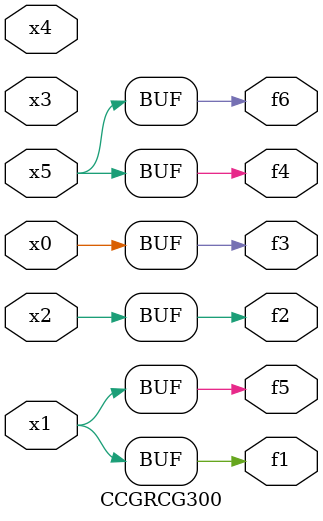
<source format=v>
module CCGRCG300(
	input x0, x1, x2, x3, x4, x5,
	output f1, f2, f3, f4, f5, f6
);
	assign f1 = x1;
	assign f2 = x2;
	assign f3 = x0;
	assign f4 = x5;
	assign f5 = x1;
	assign f6 = x5;
endmodule

</source>
